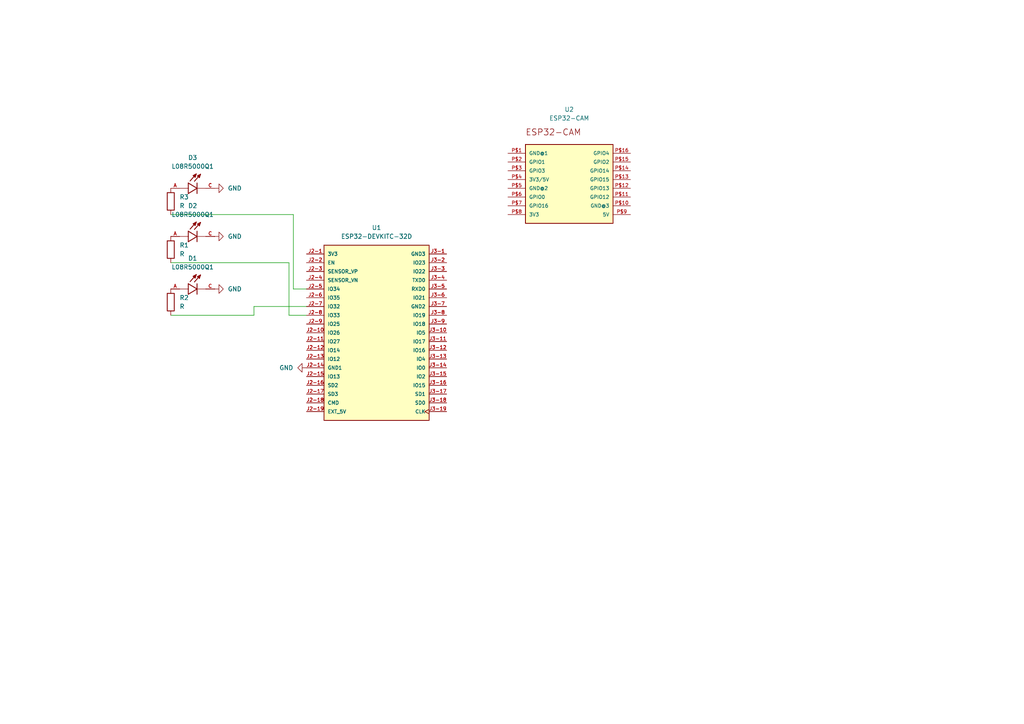
<source format=kicad_sch>
(kicad_sch (version 20250114) (generator "eeschema") (generator_version "9.0")
  (paper "A4")
  (lib_symbols
    (symbol "Device:R" (pin_numbers (hide yes)) (pin_names (offset 0))
      (property "Reference" "R" (at 2.032 0 90))
      (property "Value" "R" (at 0 0 90))
      (symbol "R_0_1"
        (rectangle (start -1.016 -2.54) (end 1.016 2.54) (stroke (width 0.254)))
      )
      (symbol "R_1_1"
        (pin passive line (at 0 3.81 270) (length 1.27) (name "~") (number "1"))
        (pin passive line (at 0 -3.81 90) (length 1.27) (name "~") (number "2"))
      )
    )
    (symbol "ESP32-CAM:ESP32-CAM" (pin_names (offset 1.016))
      (property "Reference" "U" (at 0 0 0))
      (property "Value" "ESP32-CAM" (at 0 0 0))
      (symbol "ESP32-CAM_0_0"
        (rectangle (start -12.7 -10.16) (end 12.7 12.7) (stroke (width 0.254)) (fill (type background)))
        (text "ESP32-CAM" (at -12.7 15.24 0) (effects (font (size 1.778 1.778)) (justify left bottom)))
        (pin bidirectional line (at -17.78 10.16 0) (length 5.08) (name "GND@1") (number "P$1"))
        (pin bidirectional line (at -17.78 7.62 0) (length 5.08) (name "GPIO1") (number "P$2"))
        (pin bidirectional line (at -17.78 5.08 0) (length 5.08) (name "GPIO3") (number "P$3"))
        (pin bidirectional line (at -17.78 2.54 0) (length 5.08) (name "3V3/5V") (number "P$4"))
        (pin bidirectional line (at -17.78 0 0) (length 5.08) (name "GND@2") (number "P$5"))
        (pin bidirectional line (at -17.78 -2.54 0) (length 5.08) (name "GPIO0") (number "P$6"))
        (pin bidirectional line (at -17.78 -5.08 0) (length 5.08) (name "GPIO16") (number "P$7"))
        (pin bidirectional line (at -17.78 -7.62 0) (length 5.08) (name "3V3") (number "P$8"))
        (pin bidirectional line (at 17.78 10.16 180) (length 5.08) (name "GPIO4") (number "P$16"))
        (pin bidirectional line (at 17.78 7.62 180) (length 5.08) (name "GPIO2") (number "P$15"))
        (pin bidirectional line (at 17.78 5.08 180) (length 5.08) (name "GPIO14") (number "P$14"))
        (pin bidirectional line (at 17.78 2.54 180) (length 5.08) (name "GPIO15") (number "P$13"))
        (pin bidirectional line (at 17.78 0 180) (length 5.08) (name "GPIO13") (number "P$12"))
        (pin bidirectional line (at 17.78 -2.54 180) (length 5.08) (name "GPIO12") (number "P$11"))
        (pin bidirectional line (at 17.78 -5.08 180) (length 5.08) (name "GND@3") (number "P$10"))
        (pin bidirectional line (at 17.78 -7.62 180) (length 5.08) (name "5V") (number "P$9"))
      )
    )
    (symbol "ESP32-DEVKITC-32D:ESP32-DEVKITC-32D" (pin_names (offset 1.016))
      (property "Reference" "U" (at -15.2572 26.0643 0))
      (property "Value" "ESP32-DEVKITC-32D" (at -15.2563 -27.9698 0))
      (symbol "ESP32-DEVKITC-32D_0_0"
        (rectangle (start -15.24 -25.4) (end 15.24 25.4) (stroke (width 0.254)) (fill (type background)))
        (pin power_in line (at -20.32 22.86 0) (length 5.08) (name "3V3") (number "J2-1"))
        (pin input line (at -20.32 20.32 0) (length 5.08) (name "EN") (number "J2-2"))
        (pin input line (at -20.32 17.78 0) (length 5.08) (name "SENSOR_VP") (number "J2-3"))
        (pin input line (at -20.32 15.24 0) (length 5.08) (name "SENSOR_VN") (number "J2-4"))
        (pin bidirectional line (at -20.32 12.7 0) (length 5.08) (name "IO34") (number "J2-5"))
        (pin bidirectional line (at -20.32 10.16 0) (length 5.08) (name "IO35") (number "J2-6"))
        (pin bidirectional line (at -20.32 7.62 0) (length 5.08) (name "IO32") (number "J2-7"))
        (pin bidirectional line (at -20.32 5.08 0) (length 5.08) (name "IO33") (number "J2-8"))
        (pin bidirectional line (at -20.32 2.54 0) (length 5.08) (name "IO25") (number "J2-9"))
        (pin bidirectional line (at -20.32 0 0) (length 5.08) (name "IO26") (number "J2-10"))
        (pin bidirectional line (at -20.32 -2.54 0) (length 5.08) (name "IO27") (number "J2-11"))
        (pin bidirectional line (at -20.32 -5.08 0) (length 5.08) (name "IO14") (number "J2-12"))
        (pin bidirectional line (at -20.32 -7.62 0) (length 5.08) (name "IO12") (number "J2-13"))
        (pin power_in line (at -20.32 -10.16 0) (length 5.08) (name "GND1") (number "J2-14"))
        (pin bidirectional line (at -20.32 -12.7 0) (length 5.08) (name "IO13") (number "J2-15"))
        (pin bidirectional line (at -20.32 -15.24 0) (length 5.08) (name "SD2") (number "J2-16"))
        (pin bidirectional line (at -20.32 -17.78 0) (length 5.08) (name "SD3") (number "J2-17"))
        (pin bidirectional line (at -20.32 -20.32 0) (length 5.08) (name "CMD") (number "J2-18"))
        (pin power_in line (at -20.32 -22.86 0) (length 5.08) (name "EXT_5V") (number "J2-19"))
        (pin power_in line (at 20.32 22.86 180) (length 5.08) (name "GND3") (number "J3-1"))
        (pin bidirectional line (at 20.32 20.32 180) (length 5.08) (name "IO23") (number "J3-2"))
        (pin bidirectional line (at 20.32 17.78 180) (length 5.08) (name "IO22") (number "J3-3"))
        (pin output line (at 20.32 15.24 180) (length 5.08) (name "TXD0") (number "J3-4"))
        (pin input line (at 20.32 12.7 180) (length 5.08) (name "RXD0") (number "J3-5"))
        (pin bidirectional line (at 20.32 10.16 180) (length 5.08) (name "IO21") (number "J3-6"))
        (pin power_in line (at 20.32 7.62 180) (length 5.08) (name "GND2") (number "J3-7"))
        (pin bidirectional line (at 20.32 5.08 180) (length 5.08) (name "IO19") (number "J3-8"))
        (pin bidirectional line (at 20.32 2.54 180) (length 5.08) (name "IO18") (number "J3-9"))
        (pin bidirectional line (at 20.32 0 180) (length 5.08) (name "IO5") (number "J3-10"))
        (pin bidirectional line (at 20.32 -2.54 180) (length 5.08) (name "IO17") (number "J3-11"))
        (pin bidirectional line (at 20.32 -5.08 180) (length 5.08) (name "IO16") (number "J3-12"))
        (pin bidirectional line (at 20.32 -7.62 180) (length 5.08) (name "IO4") (number "J3-13"))
        (pin bidirectional line (at 20.32 -10.16 180) (length 5.08) (name "IO0") (number "J3-14"))
        (pin bidirectional line (at 20.32 -12.7 180) (length 5.08) (name "IO2") (number "J3-15"))
        (pin bidirectional line (at 20.32 -15.24 180) (length 5.08) (name "IO15") (number "J3-16"))
        (pin bidirectional line (at 20.32 -17.78 180) (length 5.08) (name "SD1") (number "J3-17"))
        (pin bidirectional line (at 20.32 -20.32 180) (length 5.08) (name "SD0") (number "J3-18"))
        (pin input clock (at 20.32 -22.86 180) (length 5.08) (name "CLK") (number "J3-19"))
      )
    )
    (symbol "L08R5000Q1:L08R5000Q1" (pin_names (offset 1.016))
      (property "Reference" "D" (at -3.0988 4.4958 0))
      (property "Value" "L08R5000Q1" (at -3.556 -3.302 0))
      (symbol "L08R5000Q1_0_0"
        (polyline (pts (xy -2.54 1.524) (xy -2.54 0)) (stroke (width 0.254)))
        (polyline (pts (xy -2.54 0) (xy -5.08 0)) (stroke (width 0.1524)))
        (polyline (pts (xy -2.54 0) (xy -2.54 -1.524)) (stroke (width 0.254)))
        (polyline (pts (xy -2.54 -1.524) (xy 0 0)) (stroke (width 0.254)))
        (polyline (pts (xy -1.1176 3.683) (xy -0.2286 4.1656)) (stroke (width 0.254)))
        (polyline (pts (xy -0.9398 3.6068) (xy -0.7112 3.7592)) (stroke (width 0.254)))
        (polyline (pts (xy -0.5588 3.2004) (xy -1.1176 3.683)) (stroke (width 0.254)))
        (polyline (pts (xy -0.5588 3.2004) (xy -0.5334 3.937)) (stroke (width 0.254)))
        (polyline (pts (xy -0.5334 3.937) (xy -0.6604 3.937)) (stroke (width 0.254)))
        (polyline (pts (xy -0.2286 4.1656) (xy -2.0066 2.1336)) (stroke (width 0.254)))
        (polyline (pts (xy -0.2286 4.1656) (xy -0.5588 3.2004)) (stroke (width 0.254)))
        (polyline (pts (xy 0 1.524) (xy 0 0)) (stroke (width 0.254)))
        (polyline (pts (xy 0 0) (xy -2.54 1.524)) (stroke (width 0.254)))
        (polyline (pts (xy 0 0) (xy 0 -1.524)) (stroke (width 0.254)))
        (polyline (pts (xy 0.127 3.5814) (xy 1.016 4.064)) (stroke (width 0.254)))
        (polyline (pts (xy 0.3048 3.5052) (xy 0.5334 3.6576)) (stroke (width 0.254)))
        (polyline (pts (xy 0.6858 3.0988) (xy 0.127 3.5814)) (stroke (width 0.254)))
        (polyline (pts (xy 0.6858 3.0988) (xy 0.7112 3.8354)) (stroke (width 0.254)))
        (polyline (pts (xy 0.7112 3.8354) (xy 0.5842 3.8354)) (stroke (width 0.254)))
        (polyline (pts (xy 1.016 4.064) (xy -0.762 2.032)) (stroke (width 0.254)))
        (polyline (pts (xy 1.016 4.064) (xy 0.6858 3.0988)) (stroke (width 0.254)))
        (polyline (pts (xy 2.54 0) (xy 0 0)) (stroke (width 0.1524)))
        (pin passive line (at -7.62 0 0) (length 2.54) (name "~") (number "A"))
        (pin passive line (at 5.08 0 180) (length 2.54) (name "~") (number "C"))
      )
    )
    (symbol "power:GND" (power) (pin_numbers (hide yes)) (pin_names (offset 0) (hide yes))
      (property "Value" "GND" (at 0 -3.81 0))
      (symbol "GND_0_1"
        (polyline (pts (xy 0 0) (xy 0 -1.27) (xy 1.27 -1.27) (xy 0 -2.54) (xy -1.27 -1.27) (xy 0 -1.27)))
      )
      (symbol "GND_1_1"
        (pin power_in line (at 0 0 270) (length 0) (name "~") (number "1"))
      )
    )
  )
  (wire (pts (xy 73.66 88.9) (xy 88.9 88.9)))
  (wire (pts (xy 49.53 91.44) (xy 73.66 91.44)))
  (wire (pts (xy 85.09 62.23) (xy 85.09 83.82)))
  (wire (pts (xy 49.53 76.2) (xy 83.82 76.2)))
  (wire (pts (xy 83.82 76.2) (xy 83.82 91.44)))
  (wire (pts (xy 73.66 91.44) (xy 73.66 88.9)))
  (wire (pts (xy 83.82 91.44) (xy 88.9 91.44)))
  (wire (pts (xy 49.53 62.23) (xy 85.09 62.23)))
  (wire (pts (xy 85.09 83.82) (xy 88.9 83.82)))
  (symbol (lib_id "power:GND") (at 88.9 106.68 270) (unit 1)
    (property "Reference" "#PWR01" (effects (hide yes)))
    (property "Value" "GND" (at 85.09 106.6799 90) (effects (justify right)))
    (property "Description" "Power symbol creates a global label with name \"GND\" , ground" (effects (hide yes)))
  )
  (symbol (lib_id "power:GND") (at 62.23 83.82 90) (unit 1)
    (property "Reference" "#PWR02" (effects (hide yes)))
    (property "Value" "GND" (at 66.04 83.8199 90) (effects (justify right)))
    (property "Description" "Power symbol creates a global label with name \"GND\" , ground" (effects (hide yes)))
  )
  (symbol (lib_id "L08R5000Q1:L08R5000Q1") (at 57.15 68.58 0) (unit 1)
    (property "Reference" "D2" (at 55.88 59.69 0))
    (property "Value" "L08R5000Q1" (at 55.88 62.23 0))
    (property "Footprint" "L08R5000Q1:LEDRD254W57D500H1070" (effects (hide yes)))
    (property "MF" "LED Technology" (effects (hide yes)))
    (property "MAXIMUM_PACKAGE_HEIGHT" "10.7mm" (effects (hide yes)))
    (property "Package" "None" (effects (hide yes)))
    (property "Price" "None" (effects (hide yes)))
    (property "Check_prices" "https://www.snapeda.com/parts/L08R5000Q1/LED+Technology/view-part/?ref=eda" (effects (hide yes)))
    (property "STANDARD" "IPC-7351B" (effects (hide yes)))
    (property "PARTREV" "NA" (effects (hide yes)))
    (property "SnapEDA_Link" "https://www.snapeda.com/parts/L08R5000Q1/LED+Technology/view-part/?ref=snap" (effects (hide yes)))
    (property "MP" "L08R5000Q1" (effects (hide yes)))
    (property "Description_1" "LED, 5MM, ORANGE; LED / Lamp Size: 5mm / T-1 3/4; LED Colour: Orange; Typ Luminous Intensity: 4.3mcd; Viewing Angle: ..." (effects (hide yes)))
    (property "Availability" "Not in stock" (effects (hide yes)))
    (property "MANUFACTURER" "LED TECHNOLOGY" (effects (hide yes)))
  )
  (symbol (lib_id "L08R5000Q1:L08R5000Q1") (at 57.15 83.82 0) (unit 1)
    (property "Reference" "D1" (at 55.88 74.93 0))
    (property "Value" "L08R5000Q1" (at 55.88 77.47 0))
    (property "Footprint" "L08R5000Q1:LEDRD254W57D500H1070" (effects (hide yes)))
    (property "MF" "LED Technology" (effects (hide yes)))
    (property "MAXIMUM_PACKAGE_HEIGHT" "10.7mm" (effects (hide yes)))
    (property "Package" "None" (effects (hide yes)))
    (property "Price" "None" (effects (hide yes)))
    (property "Check_prices" "https://www.snapeda.com/parts/L08R5000Q1/LED+Technology/view-part/?ref=eda" (effects (hide yes)))
    (property "STANDARD" "IPC-7351B" (effects (hide yes)))
    (property "PARTREV" "NA" (effects (hide yes)))
    (property "SnapEDA_Link" "https://www.snapeda.com/parts/L08R5000Q1/LED+Technology/view-part/?ref=snap" (effects (hide yes)))
    (property "MP" "L08R5000Q1" (effects (hide yes)))
    (property "Description_1" "LED, 5MM, ORANGE; LED / Lamp Size: 5mm / T-1 3/4; LED Colour: Orange; Typ Luminous Intensity: 4.3mcd; Viewing Angle: ..." (effects (hide yes)))
    (property "Availability" "Not in stock" (effects (hide yes)))
    (property "MANUFACTURER" "LED TECHNOLOGY" (effects (hide yes)))
  )
  (symbol (lib_id "Device:R") (at 49.53 72.39 0) (unit 1)
    (property "Reference" "R1" (at 52.07 71.1199 0) (effects (justify left)))
    (property "Value" "R" (at 52.07 73.6599 0) (effects (justify left)))
    (property "Footprint" "Resistor_SMD:R_0201_0603Metric_Pad0.64x0.40mm_HandSolder" (effects (hide yes)))
    (property "Description" "Resistor" (effects (hide yes)))
  )
  (symbol (lib_id "power:GND") (at 62.23 68.58 90) (unit 1)
    (property "Reference" "#PWR03" (effects (hide yes)))
    (property "Value" "GND" (at 66.04 68.5799 90) (effects (justify right)))
    (property "Description" "Power symbol creates a global label with name \"GND\" , ground" (effects (hide yes)))
  )
  (symbol (lib_id "ESP32-DEVKITC-32D:ESP32-DEVKITC-32D") (at 109.22 96.52 0) (unit 1)
    (property "Reference" "U1" (at 109.22 66.04 0))
    (property "Value" "ESP32-DEVKITC-32D" (at 109.22 68.58 0))
    (property "Footprint" "ESP32-DEVKITC-32D:MODULE_ESP32-DEVKITC-32D" (effects (hide yes)))
    (property "MF" "Espressif Systems" (effects (hide yes)))
    (property "MAXIMUM_PACKAGE_HEIGHT" "N/A" (effects (hide yes)))
    (property "Package" "None" (effects (hide yes)))
    (property "Price" "None" (effects (hide yes)))
    (property "Check_prices" "https://www.snapeda.com/parts/ESP32-DEVKITC-32D/Espressif+Systems/view-part/?ref=eda" (effects (hide yes)))
    (property "STANDARD" "Manufacturer Recommendations" (effects (hide yes)))
    (property "PARTREV" "V4" (effects (hide yes)))
    (property "SnapEDA_Link" "https://www.snapeda.com/parts/ESP32-DEVKITC-32D/Espressif+Systems/view-part/?ref=snap" (effects (hide yes)))
    (property "MP" "ESP32-DEVKITC-32D" (effects (hide yes)))
    (property "Description_1" "WiFi Development Tools (802.11) ESP32 General Development Kit, ESP32-WROOM-32D on the board" (effects (hide yes)))
    (property "MANUFACTURER" "Espressif Systems" (effects (hide yes)))
    (property "Availability" "In Stock" (effects (hide yes)))
    (property "SNAPEDA_PN" "ESP32-DEVKITC-32D" (effects (hide yes)))
  )
  (symbol (lib_id "power:GND") (at 62.23 54.61 90) (unit 1)
    (property "Reference" "#PWR04" (effects (hide yes)))
    (property "Value" "GND" (at 66.04 54.6099 90) (effects (justify right)))
    (property "Description" "Power symbol creates a global label with name \"GND\" , ground" (effects (hide yes)))
  )
  (symbol (lib_id "Device:R") (at 49.53 58.42 0) (unit 1)
    (property "Reference" "R3" (at 52.07 57.1499 0) (effects (justify left)))
    (property "Value" "R" (at 52.07 59.6899 0) (effects (justify left)))
    (property "Footprint" "Resistor_SMD:R_0201_0603Metric_Pad0.64x0.40mm_HandSolder" (effects (hide yes)))
    (property "Description" "Resistor" (effects (hide yes)))
  )
  (symbol (lib_id "ESP32-CAM:ESP32-CAM") (at 165.1 54.61 0) (unit 1)
    (property "Reference" "U2" (at 165.1 31.75 0))
    (property "Value" "ESP32-CAM" (at 165.1 34.29 0))
    (property "Footprint" "ESP32-CAM:ESP32-CAM" (effects (hide yes)))
    (property "MF" "AI-Thinker" (effects (hide yes)))
    (property "Description_1" "ESP32 ESP32 Transceiver; 802.11 a/b/g/n (Wi-Fi, WiFi, WLAN), Bluetooth® Smart 4.x Low Energy (BLE) Evaluation Board" (effects (hide yes)))
    (property "Package" "None" (effects (hide yes)))
    (property "Price" "None" (effects (hide yes)))
    (property "SnapEDA_Link" "https://www.snapeda.com/parts/ESP32-CAM/AI-Thinker/view-part/?ref=snap" (effects (hide yes)))
    (property "MP" "ESP32-CAM" (effects (hide yes)))
    (property "Availability" "Not in stock" (effects (hide yes)))
    (property "Check_prices" "https://www.snapeda.com/parts/ESP32-CAM/AI-Thinker/view-part/?ref=eda" (effects (hide yes)))
  )
  (symbol (lib_id "L08R5000Q1:L08R5000Q1") (at 57.15 54.61 0) (unit 1)
    (property "Reference" "D3" (at 55.88 45.72 0))
    (property "Value" "L08R5000Q1" (at 55.88 48.26 0))
    (property "Footprint" "L08R5000Q1:LEDRD254W57D500H1070" (effects (hide yes)))
    (property "MF" "LED Technology" (effects (hide yes)))
    (property "MAXIMUM_PACKAGE_HEIGHT" "10.7mm" (effects (hide yes)))
    (property "Package" "None" (effects (hide yes)))
    (property "Price" "None" (effects (hide yes)))
    (property "Check_prices" "https://www.snapeda.com/parts/L08R5000Q1/LED+Technology/view-part/?ref=eda" (effects (hide yes)))
    (property "STANDARD" "IPC-7351B" (effects (hide yes)))
    (property "PARTREV" "NA" (effects (hide yes)))
    (property "SnapEDA_Link" "https://www.snapeda.com/parts/L08R5000Q1/LED+Technology/view-part/?ref=snap" (effects (hide yes)))
    (property "MP" "L08R5000Q1" (effects (hide yes)))
    (property "Description_1" "LED, 5MM, ORANGE; LED / Lamp Size: 5mm / T-1 3/4; LED Colour: Orange; Typ Luminous Intensity: 4.3mcd; Viewing Angle: ..." (effects (hide yes)))
    (property "Availability" "Not in stock" (effects (hide yes)))
    (property "MANUFACTURER" "LED TECHNOLOGY" (effects (hide yes)))
  )
  (symbol (lib_id "Device:R") (at 49.53 87.63 0) (unit 1)
    (property "Reference" "R2" (at 52.07 86.3599 0) (effects (justify left)))
    (property "Value" "R" (at 52.07 88.8999 0) (effects (justify left)))
    (property "Footprint" "Resistor_SMD:R_0201_0603Metric_Pad0.64x0.40mm_HandSolder" (effects (hide yes)))
    (property "Description" "Resistor" (effects (hide yes)))
  )
)
</source>
